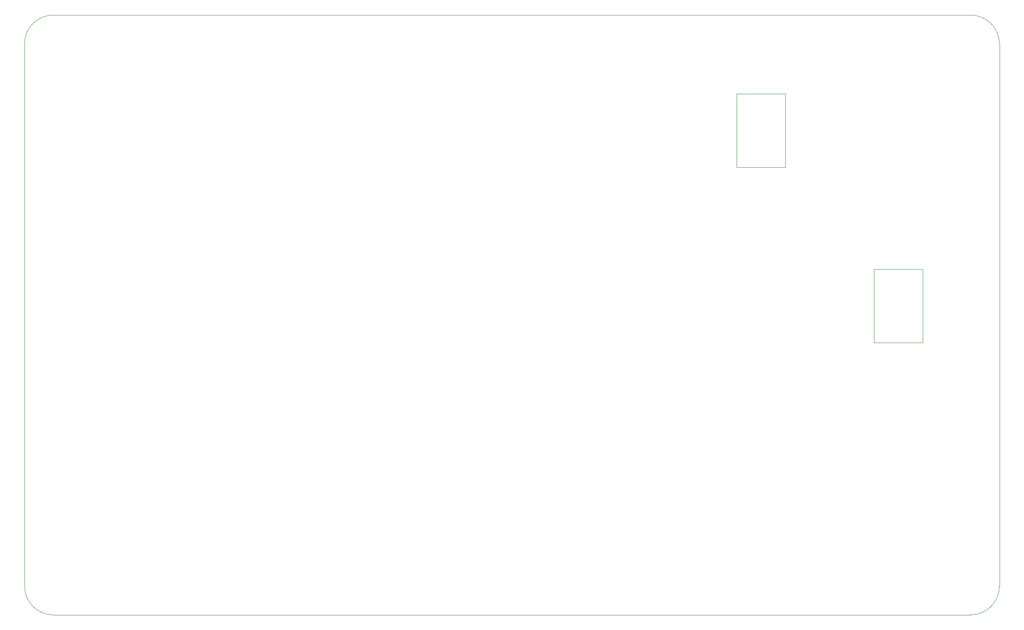
<source format=gbr>
%TF.GenerationSoftware,KiCad,Pcbnew,9.0.4*%
%TF.CreationDate,2025-09-18T16:51:08+08:00*%
%TF.ProjectId,XIAO,5849414f-2e6b-4696-9361-645f70636258,rev?*%
%TF.SameCoordinates,Original*%
%TF.FileFunction,Profile,NP*%
%FSLAX46Y46*%
G04 Gerber Fmt 4.6, Leading zero omitted, Abs format (unit mm)*
G04 Created by KiCad (PCBNEW 9.0.4) date 2025-09-18 16:51:08*
%MOMM*%
%LPD*%
G01*
G04 APERTURE LIST*
%TA.AperFunction,Profile*%
%ADD10C,0.050000*%
%TD*%
%TA.AperFunction,Profile*%
%ADD11C,0.120000*%
%TD*%
G04 APERTURE END LIST*
D10*
X60473323Y-155326830D02*
G75*
G02*
X54473270Y-149326830I-23J6000030D01*
G01*
X257529123Y-149326830D02*
G75*
G02*
X251529123Y-155326823I-6000023J30D01*
G01*
X54473323Y-36225030D02*
G75*
G02*
X60473323Y-30225023I5999977J30D01*
G01*
X251529123Y-30225030D02*
G75*
G02*
X257529070Y-36225030I-23J-5999970D01*
G01*
X54473323Y-149326830D02*
X54473323Y-36225030D01*
X251529123Y-155326830D02*
X60473323Y-155326830D01*
X257529123Y-36225030D02*
X257529123Y-149326830D01*
X60473323Y-30225030D02*
X251529123Y-30225030D01*
D11*
%TO.C,U16*%
X231390994Y-83210000D02*
X231390994Y-98534811D01*
X231390994Y-98534811D02*
X241550000Y-98534811D01*
X241550000Y-83210000D02*
X231390994Y-83210000D01*
X241550994Y-98534811D02*
X241550994Y-83210000D01*
%TO.C,U17*%
X202801794Y-46649263D02*
X202801794Y-61974074D01*
X202801794Y-61974074D02*
X212960800Y-61974074D01*
X212960800Y-46649263D02*
X202801794Y-46649263D01*
X212961794Y-61974074D02*
X212961794Y-46649263D01*
%TD*%
M02*

</source>
